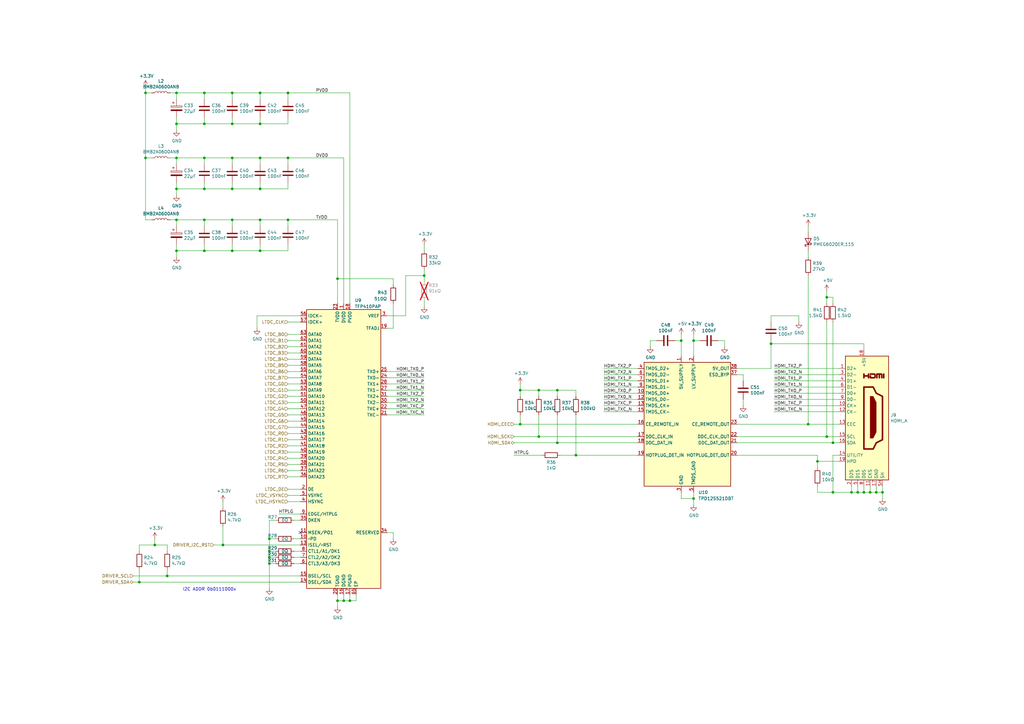
<source format=kicad_sch>
(kicad_sch (version 20230121) (generator eeschema)
  (paper "A3")
  (title_block (title "ECB Video Card") (rev "1.0") (company "Nathan Dumont"))
  (lib_symbols
    (symbol "Connector:HDMI_A"
      (property "Reference" "J" (at -6.35 26.67 0))
      (property "Value" "HDMI_A" (at 10.16 26.67 0))
      (symbol "HDMI_A_1_1"
        (pin passive line (at -10.16 20.32 0) (length 2.54) (name "D2+") (number "1"))
        (pin passive line (at -10.16 5.08 0) (length 2.54) (name "CK+") (number "10"))
        (pin power_in line (at 2.54 -27.94 90) (length 2.54) (name "CKS") (number "11"))
        (pin passive line (at -10.16 2.54 0) (length 2.54) (name "CK-") (number "12"))
        (pin bidirectional line (at -10.16 -2.54 0) (length 2.54) (name "CEC") (number "13"))
        (pin passive line (at -10.16 -15.24 0) (length 2.54) (name "UTILITY") (number "14"))
        (pin passive line (at -10.16 -7.62 0) (length 2.54) (name "SCL") (number "15"))
        (pin bidirectional line (at -10.16 -10.16 0) (length 2.54) (name "SDA") (number "16"))
        (pin power_in line (at 5.08 -27.94 90) (length 2.54) (name "GND") (number "17"))
        (pin power_in line (at 0 27.94 270) (length 2.54) (name "+5V") (number "18"))
        (pin passive line (at -10.16 -17.78 0) (length 2.54) (name "HPD") (number "19"))
        (pin power_in line (at -5.08 -27.94 90) (length 2.54) (name "D2S") (number "2"))
        (pin passive line (at -10.16 17.78 0) (length 2.54) (name "D2-") (number "3"))
        (pin passive line (at -10.16 15.24 0) (length 2.54) (name "D1+") (number "4"))
        (pin power_in line (at -2.54 -27.94 90) (length 2.54) (name "D1S") (number "5"))
        (pin passive line (at -10.16 12.7 0) (length 2.54) (name "D1-") (number "6"))
        (pin passive line (at -10.16 10.16 0) (length 2.54) (name "D0+") (number "7"))
        (pin power_in line (at 0 -27.94 90) (length 2.54) (name "D0S") (number "8"))
        (pin passive line (at -10.16 7.62 0) (length 2.54) (name "D0-") (number "9"))
        (pin passive line (at 7.62 -27.94 90) (length 2.54) (name "SH") (number "SH"))
      )
    )
    (symbol "Device:C" (pin_numbers hide) (pin_names (offset 0.254))
      (property "Reference" "C" (at 0.635 2.54 0))
      (property "Value" "C" (at 0.635 -2.54 0))
      (symbol "C_1_1"
        (pin passive line (at 0 3.81 270) (length 2.794) (name "~") (number "1"))
        (pin passive line (at 0 -3.81 90) (length 2.794) (name "~") (number "2"))
      )
    )
    (symbol "Device:C_Polarized" (pin_numbers hide) (pin_names (offset 0.254))
      (property "Reference" "C" (at 0.635 2.54 0))
      (property "Value" "C_Polarized" (at 0.635 -2.54 0))
      (symbol "C_Polarized_1_1"
        (pin passive line (at 0 3.81 270) (length 2.794) (name "~") (number "1"))
        (pin passive line (at 0 -3.81 90) (length 2.794) (name "~") (number "2"))
      )
    )
    (symbol "Device:D_Schottky" (pin_numbers hide) (pin_names (offset 1.016) hide)
      (property "Reference" "D" (at 0 2.54 0))
      (property "Value" "D_Schottky" (at 0 -2.54 0))
      (symbol "D_Schottky_1_1"
        (pin passive line (at -3.81 0 0) (length 2.54) (name "K") (number "1"))
        (pin passive line (at 3.81 0 180) (length 2.54) (name "A") (number "2"))
      )
    )
    (symbol "Device:L" (pin_numbers hide) (pin_names (offset 1.016) hide)
      (property "Reference" "L" (at -1.27 0 90))
      (property "Value" "L" (at 1.905 0 90))
      (symbol "L_1_1"
        (pin passive line (at 0 3.81 270) (length 1.27) (name "1") (number "1"))
        (pin passive line (at 0 -3.81 90) (length 1.27) (name "2") (number "2"))
      )
    )
    (symbol "Device:R" (pin_numbers hide) (pin_names (offset 0))
      (property "Reference" "R" (at 2.032 0 90))
      (property "Value" "R" (at 0 0 90))
      (symbol "R_1_1"
        (pin passive line (at 0 3.81 270) (length 1.27) (name "~") (number "1"))
        (pin passive line (at 0 -3.81 90) (length 1.27) (name "~") (number "2"))
      )
    )
    (symbol "Video:TFP410PAP"
      (property "Reference" "U" (at -13.97 57.15 0))
      (property "Value" "TFP410PAP" (at 11.43 57.15 0))
      (symbol "TFP410PAP_1_1"
        (pin power_in line (at 0 58.42 270) (length 2.54) (name "DVDD") (number "1"))
        (pin input line (at -17.78 -38.1 0) (length 2.54) (name "~PD") (number "10"))
        (pin output line (at -17.78 -35.56 0) (length 2.54) (name "MSEN/PO1") (number "11"))
        (pin passive line (at 0 58.42 270) (length 2.54) hide (name "DVDD") (number "12"))
        (pin input line (at -17.78 -40.64 0) (length 2.54) (name "ISEL/~RST") (number "13"))
        (pin bidirectional line (at -17.78 -55.88 0) (length 2.54) (name "DSEL/SDA") (number "14"))
        (pin input line (at -17.78 -53.34 0) (length 2.54) (name "BSEL/SCL") (number "15"))
        (pin power_in line (at 0 -60.96 90) (length 2.54) (name "DGND") (number "16"))
        (pin power_in line (at 2.54 -60.96 90) (length 2.54) (name "PGND") (number "17"))
        (pin power_in line (at 2.54 58.42 270) (length 2.54) (name "PVDD") (number "18"))
        (pin input line (at 17.78 48.26 180) (length 2.54) (name "TFADJ") (number "19"))
        (pin input line (at -17.78 -17.78 0) (length 2.54) (name "DE") (number "2"))
        (pin power_in line (at -2.54 -60.96 90) (length 2.54) (name "TGND") (number "20"))
        (pin output line (at 17.78 12.7 180) (length 2.54) (name "TXC-") (number "21"))
        (pin output line (at 17.78 15.24 180) (length 2.54) (name "TXC+") (number "22"))
        (pin power_in line (at -2.54 58.42 270) (length 2.54) (name "TVDD") (number "23"))
        (pin output line (at 17.78 27.94 180) (length 2.54) (name "TX0-") (number "24"))
        (pin output line (at 17.78 30.48 180) (length 2.54) (name "TX0+") (number "25"))
        (pin passive line (at -2.54 -60.96 90) (length 2.54) hide (name "TGND") (number "26"))
        (pin output line (at 17.78 22.86 180) (length 2.54) (name "TX1-") (number "27"))
        (pin output line (at 17.78 25.4 180) (length 2.54) (name "TX1+") (number "28"))
        (pin passive line (at -2.54 58.42 270) (length 2.54) hide (name "TVDD") (number "29"))
        (pin input line (at 17.78 53.34 180) (length 2.54) (name "VREF") (number "3"))
        (pin output line (at 17.78 17.78 180) (length 2.54) (name "TX2-") (number "30"))
        (pin output line (at 17.78 20.32 180) (length 2.54) (name "TX2+") (number "31"))
        (pin passive line (at -2.54 -60.96 90) (length 2.54) hide (name "TGND") (number "32"))
        (pin passive line (at 0 58.42 270) (length 2.54) hide (name "DVDD") (number "33"))
        (pin input line (at 17.78 -35.56 180) (length 2.54) (name "RESERVED") (number "34"))
        (pin input line (at -17.78 -30.48 0) (length 2.54) (name "DKEN") (number "35"))
        (pin input line (at -17.78 -12.7 0) (length 2.54) (name "DATA23") (number "36"))
        (pin input line (at -17.78 -10.16 0) (length 2.54) (name "DATA22") (number "37"))
        (pin input line (at -17.78 -7.62 0) (length 2.54) (name "DATA21") (number "38"))
        (pin input line (at -17.78 -5.08 0) (length 2.54) (name "DATA20") (number "39"))
        (pin input line (at -17.78 -22.86 0) (length 2.54) (name "HSYNC") (number "4"))
        (pin input line (at -17.78 -2.54 0) (length 2.54) (name "DATA19") (number "40"))
        (pin input line (at -17.78 0 0) (length 2.54) (name "DATA18") (number "41"))
        (pin input line (at -17.78 2.54 0) (length 2.54) (name "DATA17") (number "42"))
        (pin input line (at -17.78 5.08 0) (length 2.54) (name "DATA16") (number "43"))
        (pin input line (at -17.78 7.62 0) (length 2.54) (name "DATA15") (number "44"))
        (pin input line (at -17.78 10.16 0) (length 2.54) (name "DATA14") (number "45"))
        (pin input line (at -17.78 12.7 0) (length 2.54) (name "DATA13") (number "46"))
        (pin input line (at -17.78 15.24 0) (length 2.54) (name "DATA12") (number "47"))
        (pin passive line (at 0 -60.96 90) (length 2.54) hide (name "DGND") (number "48"))
        (pin no_connect line (at 15.24 -33.02 180) (length 2.54) hide (name "NC") (number "49"))
        (pin input line (at -17.78 -20.32 0) (length 2.54) (name "VSYNC") (number "5"))
        (pin input line (at -17.78 17.78 0) (length 2.54) (name "DATA11") (number "50"))
        (pin input line (at -17.78 20.32 0) (length 2.54) (name "DATA10") (number "51"))
        (pin input line (at -17.78 22.86 0) (length 2.54) (name "DATA9") (number "52"))
        (pin input line (at -17.78 25.4 0) (length 2.54) (name "DATA8") (number "53"))
        (pin input line (at -17.78 27.94 0) (length 2.54) (name "DATA7") (number "54"))
        (pin input line (at -17.78 30.48 0) (length 2.54) (name "DATA6") (number "55"))
        (pin input line (at -17.78 53.34 0) (length 2.54) (name "IDCK-") (number "56"))
        (pin input line (at -17.78 50.8 0) (length 2.54) (name "IDCK+") (number "57"))
        (pin input line (at -17.78 33.02 0) (length 2.54) (name "DATA5") (number "58"))
        (pin input line (at -17.78 35.56 0) (length 2.54) (name "DATA4") (number "59"))
        (pin input line (at -17.78 -48.26 0) (length 2.54) (name "CTL3/A3/DK3") (number "6"))
        (pin input line (at -17.78 38.1 0) (length 2.54) (name "DATA3") (number "60"))
        (pin input line (at -17.78 40.64 0) (length 2.54) (name "DATA2") (number "61"))
        (pin input line (at -17.78 43.18 0) (length 2.54) (name "DATA1") (number "62"))
        (pin input line (at -17.78 45.72 0) (length 2.54) (name "DATA0") (number "63"))
        (pin passive line (at 0 -60.96 90) (length 2.54) hide (name "DGND") (number "64"))
        (pin power_in line (at 5.08 -60.96 90) (length 2.54) (name "EP") (number "65"))
        (pin input line (at -17.78 -45.72 0) (length 2.54) (name "CTL2/A2/DK2") (number "7"))
        (pin input line (at -17.78 -43.18 0) (length 2.54) (name "CTL1/A1/DK1") (number "8"))
        (pin input line (at -17.78 -27.94 0) (length 2.54) (name "EDGE/HTPLG") (number "9"))
      )
    )
    (symbol "extras:TPD12S521DBT"
      (property "Reference" "U" (at -17.78 26.67 0))
      (property "Value" "TPD12S520DBT" (at 17.78 26.67 0))
      (symbol "TPD12S521DBT_1_1"
        (pin power_in line (at -2.54 27.94 270) (length 2.54) (name "5V_SUPPLY") (number "1"))
        (pin passive line (at -20.32 12.7 0) (length 2.54) (name "TMDS_D0+") (number "10"))
        (pin passive line (at 2.54 -27.94 90) (length 2.54) hide (name "TMDS_GND") (number "11"))
        (pin passive line (at -20.32 10.16 0) (length 2.54) (name "TMDS_D0-") (number "12"))
        (pin passive line (at -20.32 7.62 0) (length 2.54) (name "TMDS_CK+") (number "13"))
        (pin passive line (at 2.54 -27.94 90) (length 2.54) hide (name "TMDS_GND") (number "14"))
        (pin passive line (at -20.32 5.08 0) (length 2.54) (name "TMDS_CK-") (number "15"))
        (pin bidirectional line (at -20.32 0 0) (length 2.54) (name "CE_REMOTE_IN") (number "16"))
        (pin bidirectional line (at -20.32 -5.08 0) (length 2.54) (name "DDC_CLK_IN") (number "17"))
        (pin bidirectional line (at -20.32 -7.62 0) (length 2.54) (name "DDC_DAT_IN") (number "18"))
        (pin bidirectional line (at -20.32 -12.7 0) (length 2.54) (name "HOTPLUG_DET_IN") (number "19"))
        (pin power_in line (at 2.54 27.94 270) (length 2.54) (name "LV_SUPPLY") (number "2"))
        (pin bidirectional line (at 20.32 -12.7 180) (length 2.54) (name "HOTPLUG_DET_OUT") (number "20"))
        (pin bidirectional line (at 20.32 -7.62 180) (length 2.54) (name "DDC_DAT_OUT") (number "21"))
        (pin bidirectional line (at 20.32 -5.08 180) (length 2.54) (name "DDC_CLK_OUT") (number "22"))
        (pin bidirectional line (at 20.32 0 180) (length 2.54) (name "CE_REMOTE_OUT") (number "23"))
        (pin passive line (at -20.32 5.08 0) (length 2.54) hide (name "TMDS_CK-") (number "24"))
        (pin passive line (at 2.54 -27.94 90) (length 2.54) hide (name "TMDS_GND") (number "25"))
        (pin passive line (at -20.32 7.62 0) (length 2.54) hide (name "TMDS_CK+") (number "26"))
        (pin passive line (at -20.32 10.16 0) (length 2.54) hide (name "TMDS_D0-") (number "27"))
        (pin passive line (at 2.54 -27.94 90) (length 2.54) hide (name "TMDS_GND") (number "28"))
        (pin passive line (at -20.32 12.7 0) (length 2.54) hide (name "TMDS_D0+") (number "29"))
        (pin power_in line (at -2.54 -27.94 90) (length 2.54) (name "GND") (number "3"))
        (pin passive line (at -20.32 15.24 0) (length 2.54) hide (name "TMDS_D1-") (number "30"))
        (pin passive line (at 2.54 -27.94 90) (length 2.54) hide (name "TMDS_GND") (number "31"))
        (pin passive line (at -20.32 17.78 0) (length 2.54) hide (name "TMDS_D1+") (number "32"))
        (pin passive line (at -20.32 20.32 0) (length 2.54) hide (name "TMDS_D2-") (number "33"))
        (pin passive line (at 2.54 -27.94 90) (length 2.54) hide (name "TMDS_GND") (number "34"))
        (pin passive line (at -20.32 22.86 0) (length 2.54) hide (name "TMDS_D2+") (number "35"))
        (pin passive line (at -2.54 -27.94 90) (length 2.54) hide (name "GND") (number "36"))
        (pin passive line (at 20.32 20.32 180) (length 2.54) (name "ESD_BYP") (number "37"))
        (pin power_out line (at 20.32 22.86 180) (length 2.54) (name "5V_OUT") (number "38"))
        (pin passive line (at -20.32 22.86 0) (length 2.54) (name "TMDS_D2+") (number "4"))
        (pin passive line (at 2.54 -27.94 90) (length 2.54) (name "TMDS_GND") (number "5"))
        (pin passive line (at -20.32 20.32 0) (length 2.54) (name "TMDS_D2-") (number "6"))
        (pin passive line (at -20.32 17.78 0) (length 2.54) (name "TMDS_D1+") (number "7"))
        (pin passive line (at 2.54 -27.94 90) (length 2.54) hide (name "TMDS_GND") (number "8"))
        (pin passive line (at -20.32 15.24 0) (length 2.54) (name "TMDS_D1-") (number "9"))
      )
    )
    (symbol "power:+3.3V" (power) (pin_names (offset 0))
      (property "Value" "+3.3V" (at 0 3.556 0))
      (symbol "+3.3V_1_1"
        (pin power_in line (at 0 0 90) (length 0) hide (name "+3.3V") (number "1"))
      )
    )
    (symbol "power:+5V" (power) (pin_names (offset 0))
      (property "Value" "+5V" (at 0 3.556 0))
      (symbol "+5V_1_1"
        (pin power_in line (at 0 0 90) (length 0) hide (name "+5V") (number "1"))
      )
    )
    (symbol "power:GND" (power) (pin_names (offset 0))
      (property "Value" "GND" (at 0 -3.81 0))
      (symbol "GND_1_1"
        (pin power_in line (at 0 0 270) (length 0) hide (name "GND") (number "1"))
      )
    )
    (symbol "power:PWR_FLAG" (power) (pin_numbers hide) (pin_names (offset 0) hide)
      (property "Value" "PWR_FLAG" (at 0 3.81 0))
      (symbol "PWR_FLAG_0_0"
        (pin power_out line (at 0 0 90) (length 0) (name "pwr") (number "1"))
      )
    )
  )
  (junction (at 110.49 231.14))
  (junction (at 279.4 139.7))
  (junction (at 213.36 160.02))
  (junction (at 59.69 64.77))
  (junction (at 331.47 173.99))
  (junction (at 59.69 38.1))
  (junction (at 339.09 121.92))
  (junction (at 106.68 77.47))
  (junction (at 95.25 64.77))
  (junction (at 72.39 102.87))
  (junction (at 106.68 64.77))
  (junction (at 316.23 140.97))
  (junction (at 83.82 90.17))
  (junction (at 349.25 201.93))
  (junction (at 83.82 50.8))
  (junction (at 173.99 113.03))
  (junction (at 72.39 38.1))
  (junction (at 83.82 77.47))
  (junction (at 118.11 64.77))
  (junction (at 95.25 50.8))
  (junction (at 106.68 50.8))
  (junction (at 91.44 223.52))
  (junction (at 228.6 181.61))
  (junction (at 143.51 246.38))
  (junction (at 110.49 220.98))
  (junction (at 138.43 246.38))
  (junction (at 83.82 38.1))
  (junction (at 83.82 102.87))
  (junction (at 118.11 38.1))
  (junction (at 95.25 90.17))
  (junction (at 72.39 77.47))
  (junction (at 72.39 50.8))
  (junction (at 213.36 173.99))
  (junction (at 341.63 181.61))
  (junction (at 83.82 64.77))
  (junction (at 220.98 160.02))
  (junction (at 95.25 102.87))
  (junction (at 228.6 160.02))
  (junction (at 110.49 228.6))
  (junction (at 110.49 226.06))
  (junction (at 339.09 179.07))
  (junction (at 335.28 189.23))
  (junction (at 106.68 102.87))
  (junction (at 106.68 38.1))
  (junction (at 284.48 139.7))
  (junction (at 341.63 201.93))
  (junction (at 359.41 201.93))
  (junction (at 72.39 90.17))
  (junction (at 95.25 38.1))
  (junction (at 72.39 64.77))
  (junction (at 351.79 201.93))
  (junction (at 361.95 201.93))
  (junction (at 140.97 246.38))
  (junction (at 354.33 201.93))
  (junction (at 63.5 223.52))
  (junction (at 356.87 201.93))
  (junction (at 118.11 90.17))
  (junction (at 236.22 186.69))
  (junction (at 138.43 114.3))
  (junction (at 68.58 236.22))
  (junction (at 57.15 238.76))
  (junction (at 284.48 204.47))
  (junction (at 106.68 90.17))
  (junction (at 220.98 179.07))
  (junction (at 95.25 77.47))
  (no_connect (at 123.19 218.44))
  (wire (pts (xy 118.11 154.94) (xy 123.19 154.94)))
  (wire (pts (xy 113.03 228.6) (xy 110.49 228.6)))
  (wire (pts (xy 68.58 236.22) (xy 68.58 233.68)))
  (wire (pts (xy 118.11 139.7) (xy 123.19 139.7)))
  (wire (pts (xy 331.47 105.41) (xy 331.47 102.87)))
  (wire (pts (xy 158.75 162.56) (xy 173.99 162.56)))
  (wire (pts (xy 118.11 157.48) (xy 123.19 157.48)))
  (wire (pts (xy 351.79 201.93) (xy 354.33 201.93)))
  (wire (pts (xy 247.65 153.67) (xy 261.62 153.67)))
  (wire (pts (xy 95.25 77.47) (xy 106.68 77.47)))
  (wire (pts (xy 361.95 201.93) (xy 361.95 204.47)))
  (wire (pts (xy 331.47 95.25) (xy 331.47 92.71)))
  (wire (pts (xy 83.82 102.87) (xy 95.25 102.87)))
  (wire (pts (xy 247.65 163.83) (xy 261.62 163.83)))
  (wire (pts (xy 63.5 223.52) (xy 57.15 223.52)))
  (wire (pts (xy 72.39 77.47) (xy 83.82 77.47)))
  (wire (pts (xy 344.17 186.69) (xy 341.63 186.69)))
  (wire (pts (xy 158.75 218.44) (xy 161.29 218.44)))
  (wire (pts (xy 236.22 160.02) (xy 228.6 160.02)))
  (wire (pts (xy 72.39 74.93) (xy 72.39 77.47)))
  (wire (pts (xy 95.25 40.64) (xy 95.25 38.1)))
  (wire (pts (xy 304.8 153.67) (xy 304.8 156.21)))
  (wire (pts (xy 110.49 226.06) (xy 110.49 220.98)))
  (wire (pts (xy 140.97 246.38) (xy 143.51 246.38)))
  (wire (pts (xy 341.63 186.69) (xy 341.63 201.93)))
  (wire (pts (xy 173.99 102.87) (xy 173.99 100.33)))
  (wire (pts (xy 63.5 223.52) (xy 63.5 220.98)))
  (wire (pts (xy 95.25 102.87) (xy 95.25 100.33)))
  (wire (pts (xy 302.26 181.61) (xy 341.63 181.61)))
  (wire (pts (xy 220.98 160.02) (xy 213.36 160.02)))
  (wire (pts (xy 69.85 64.77) (xy 72.39 64.77)))
  (wire (pts (xy 91.44 215.9) (xy 91.44 223.52)))
  (wire (pts (xy 173.99 113.03) (xy 173.99 110.49)))
  (wire (pts (xy 59.69 64.77) (xy 62.23 64.77)))
  (wire (pts (xy 83.82 90.17) (xy 95.25 90.17)))
  (wire (pts (xy 59.69 38.1) (xy 62.23 38.1)))
  (wire (pts (xy 359.41 199.39) (xy 359.41 201.93)))
  (wire (pts (xy 247.65 168.91) (xy 261.62 168.91)))
  (wire (pts (xy 339.09 121.92) (xy 339.09 119.38)))
  (wire (pts (xy 72.39 50.8) (xy 72.39 53.34)))
  (wire (pts (xy 118.11 160.02) (xy 123.19 160.02)))
  (wire (pts (xy 123.19 132.08) (xy 118.11 132.08)))
  (wire (pts (xy 95.25 90.17) (xy 106.68 90.17)))
  (wire (pts (xy 118.11 64.77) (xy 118.11 67.31)))
  (wire (pts (xy 316.23 132.08) (xy 316.23 129.54)))
  (wire (pts (xy 57.15 238.76) (xy 57.15 233.68)))
  (wire (pts (xy 106.68 90.17) (xy 118.11 90.17)))
  (wire (pts (xy 154.94 -26.67) (xy 161.29 -26.67)))
  (wire (pts (xy 106.68 77.47) (xy 106.68 74.93)))
  (wire (pts (xy 118.11 167.64) (xy 123.19 167.64)))
  (wire (pts (xy 349.25 199.39) (xy 349.25 201.93)))
  (wire (pts (xy 106.68 38.1) (xy 118.11 38.1)))
  (wire (pts (xy 118.11 149.86) (xy 123.19 149.86)))
  (wire (pts (xy 161.29 116.84) (xy 161.29 114.3)))
  (wire (pts (xy 173.99 123.19) (xy 173.99 125.73)))
  (wire (pts (xy 173.99 115.57) (xy 173.99 113.03)))
  (wire (pts (xy 335.28 199.39) (xy 335.28 201.93)))
  (wire (pts (xy 118.11 144.78) (xy 123.19 144.78)))
  (wire (pts (xy 68.58 223.52) (xy 63.5 223.52)))
  (wire (pts (xy 247.65 156.21) (xy 261.62 156.21)))
  (wire (pts (xy 331.47 173.99) (xy 344.17 173.99)))
  (wire (pts (xy 69.85 90.17) (xy 72.39 90.17)))
  (wire (pts (xy 161.29 114.3) (xy 138.43 114.3)))
  (wire (pts (xy 123.19 236.22) (xy 68.58 236.22)))
  (wire (pts (xy 146.05 246.38) (xy 146.05 243.84)))
  (wire (pts (xy 105.41 129.54) (xy 123.19 129.54)))
  (wire (pts (xy 118.11 147.32) (xy 123.19 147.32)))
  (wire (pts (xy 138.43 243.84) (xy 138.43 246.38)))
  (wire (pts (xy 284.48 204.47) (xy 284.48 201.93)))
  (wire (pts (xy 57.15 238.76) (xy 54.61 238.76)))
  (wire (pts (xy 143.51 124.46) (xy 143.51 38.1)))
  (wire (pts (xy 344.17 179.07) (xy 339.09 179.07)))
  (wire (pts (xy 83.82 38.1) (xy 95.25 38.1)))
  (wire (pts (xy 120.65 228.6) (xy 123.19 228.6)))
  (wire (pts (xy 72.39 77.47) (xy 72.39 80.01)))
  (wire (pts (xy 106.68 102.87) (xy 118.11 102.87)))
  (wire (pts (xy 72.39 92.71) (xy 72.39 90.17)))
  (wire (pts (xy 106.68 50.8) (xy 106.68 48.26)))
  (wire (pts (xy 158.75 167.64) (xy 173.99 167.64)))
  (wire (pts (xy 62.23 90.17) (xy 59.69 90.17)))
  (wire (pts (xy 95.25 50.8) (xy 95.25 48.26)))
  (wire (pts (xy 339.09 132.08) (xy 339.09 179.07)))
  (wire (pts (xy 228.6 160.02) (xy 220.98 160.02)))
  (wire (pts (xy 187.96 -34.29) (xy 187.96 -29.21)))
  (wire (pts (xy 106.68 77.47) (xy 118.11 77.47)))
  (wire (pts (xy 72.39 90.17) (xy 83.82 90.17)))
  (wire (pts (xy 158.75 154.94) (xy 173.99 154.94)))
  (wire (pts (xy 261.62 179.07) (xy 220.98 179.07)))
  (wire (pts (xy 279.4 201.93) (xy 279.4 204.47)))
  (wire (pts (xy 354.33 201.93) (xy 356.87 201.93)))
  (wire (pts (xy 83.82 50.8) (xy 95.25 50.8)))
  (wire (pts (xy 266.7 139.7) (xy 266.7 142.24)))
  (wire (pts (xy 72.39 102.87) (xy 83.82 102.87)))
  (wire (pts (xy 118.11 152.4) (xy 123.19 152.4)))
  (wire (pts (xy 72.39 67.31) (xy 72.39 64.77)))
  (wire (pts (xy 341.63 181.61) (xy 344.17 181.61)))
  (wire (pts (xy 220.98 179.07) (xy 220.98 170.18)))
  (wire (pts (xy 118.11 137.16) (xy 123.19 137.16)))
  (wire (pts (xy 118.11 187.96) (xy 123.19 187.96)))
  (wire (pts (xy 91.44 208.28) (xy 91.44 205.74)))
  (wire (pts (xy 59.69 64.77) (xy 59.69 38.1)))
  (wire (pts (xy 269.24 139.7) (xy 266.7 139.7)))
  (wire (pts (xy 106.68 102.87) (xy 106.68 100.33)))
  (wire (pts (xy 95.25 92.71) (xy 95.25 90.17)))
  (wire (pts (xy 123.19 231.14) (xy 120.65 231.14)))
  (wire (pts (xy 166.37 129.54) (xy 158.75 129.54)))
  (wire (pts (xy 118.11 -25.4) (xy 124.46 -25.4)))
  (wire (pts (xy 317.5 156.21) (xy 344.17 156.21)))
  (wire (pts (xy 118.11 165.1) (xy 123.19 165.1)))
  (wire (pts (xy 173.99 113.03) (xy 166.37 113.03)))
  (wire (pts (xy 317.5 153.67) (xy 344.17 153.67)))
  (wire (pts (xy 341.63 201.93) (xy 349.25 201.93)))
  (wire (pts (xy 106.68 64.77) (xy 118.11 64.77)))
  (wire (pts (xy 118.11 38.1) (xy 118.11 40.64)))
  (wire (pts (xy 143.51 38.1) (xy 118.11 38.1)))
  (wire (pts (xy 228.6 162.56) (xy 228.6 160.02)))
  (wire (pts (xy 95.25 38.1) (xy 106.68 38.1)))
  (wire (pts (xy 91.44 223.52) (xy 123.19 223.52)))
  (wire (pts (xy 316.23 139.7) (xy 316.23 140.97)))
  (wire (pts (xy 284.48 139.7) (xy 284.48 137.16)))
  (wire (pts (xy 138.43 90.17) (xy 118.11 90.17)))
  (wire (pts (xy 140.97 64.77) (xy 140.97 124.46)))
  (wire (pts (xy 341.63 121.92) (xy 341.63 124.46)))
  (wire (pts (xy 349.25 201.93) (xy 351.79 201.93)))
  (wire (pts (xy 339.09 124.46) (xy 339.09 121.92)))
  (wire (pts (xy 95.25 64.77) (xy 106.68 64.77)))
  (wire (pts (xy 143.51 243.84) (xy 143.51 246.38)))
  (wire (pts (xy 287.02 139.7) (xy 284.48 139.7)))
  (wire (pts (xy 118.11 177.8) (xy 123.19 177.8)))
  (wire (pts (xy 118.11 203.2) (xy 123.19 203.2)))
  (wire (pts (xy 229.87 186.69) (xy 236.22 186.69)))
  (wire (pts (xy 110.49 220.98) (xy 110.49 213.36)))
  (wire (pts (xy 118.11 200.66) (xy 123.19 200.66)))
  (wire (pts (xy 304.8 163.83) (xy 304.8 166.37)))
  (wire (pts (xy 166.37 113.03) (xy 166.37 129.54)))
  (wire (pts (xy 138.43 114.3) (xy 138.43 90.17)))
  (wire (pts (xy 356.87 201.93) (xy 356.87 199.39)))
  (wire (pts (xy 72.39 102.87) (xy 72.39 105.41)))
  (wire (pts (xy 83.82 90.17) (xy 83.82 92.71)))
  (wire (pts (xy 210.82 179.07) (xy 220.98 179.07)))
  (wire (pts (xy 161.29 218.44) (xy 161.29 220.98)))
  (wire (pts (xy 106.68 67.31) (xy 106.68 64.77)))
  (wire (pts (xy 354.33 140.97) (xy 354.33 143.51)))
  (wire (pts (xy 138.43 124.46) (xy 138.43 114.3)))
  (wire (pts (xy 339.09 121.92) (xy 341.63 121.92)))
  (wire (pts (xy 118.11 162.56) (xy 123.19 162.56)))
  (wire (pts (xy 123.19 226.06) (xy 120.65 226.06)))
  (wire (pts (xy 158.75 157.48) (xy 173.99 157.48)))
  (wire (pts (xy 302.26 153.67) (xy 304.8 153.67)))
  (wire (pts (xy 344.17 189.23) (xy 335.28 189.23)))
  (wire (pts (xy 279.4 137.16) (xy 279.4 139.7)))
  (wire (pts (xy 110.49 213.36) (xy 113.03 213.36)))
  (wire (pts (xy 161.29 -26.67) (xy 161.29 -31.75)))
  (wire (pts (xy 213.36 170.18) (xy 213.36 173.99)))
  (wire (pts (xy 68.58 236.22) (xy 54.61 236.22)))
  (wire (pts (xy 359.41 201.93) (xy 361.95 201.93)))
  (wire (pts (xy 118.11 185.42) (xy 123.19 185.42)))
  (wire (pts (xy 316.23 140.97) (xy 316.23 151.13)))
  (wire (pts (xy 284.48 139.7) (xy 284.48 146.05)))
  (wire (pts (xy 83.82 74.93) (xy 83.82 77.47)))
  (wire (pts (xy 106.68 40.64) (xy 106.68 38.1)))
  (wire (pts (xy 228.6 181.61) (xy 210.82 181.61)))
  (wire (pts (xy 341.63 181.61) (xy 341.63 132.08)))
  (wire (pts (xy 83.82 64.77) (xy 83.82 67.31)))
  (wire (pts (xy 247.65 161.29) (xy 261.62 161.29)))
  (wire (pts (xy 72.39 100.33) (xy 72.39 102.87)))
  (wire (pts (xy 222.25 186.69) (xy 210.82 186.69)))
  (wire (pts (xy 158.75 134.62) (xy 161.29 134.62)))
  (wire (pts (xy 124.46 -30.48) (xy 124.46 -25.4)))
  (wire (pts (xy 335.28 201.93) (xy 341.63 201.93)))
  (wire (pts (xy 118.11 90.17) (xy 118.11 92.71)))
  (wire (pts (xy 83.82 38.1) (xy 83.82 40.64)))
  (wire (pts (xy 83.82 100.33) (xy 83.82 102.87)))
  (wire (pts (xy 110.49 228.6) (xy 110.49 226.06)))
  (wire (pts (xy 158.75 170.18) (xy 173.99 170.18)))
  (wire (pts (xy 261.62 186.69) (xy 236.22 186.69)))
  (wire (pts (xy 106.68 50.8) (xy 118.11 50.8)))
  (wire (pts (xy 279.4 139.7) (xy 279.4 146.05)))
  (wire (pts (xy 317.5 151.13) (xy 344.17 151.13)))
  (wire (pts (xy 114.3 210.82) (xy 123.19 210.82)))
  (wire (pts (xy 118.11 180.34) (xy 123.19 180.34)))
  (wire (pts (xy 161.29 134.62) (xy 161.29 124.46)))
  (wire (pts (xy 354.33 199.39) (xy 354.33 201.93)))
  (wire (pts (xy 213.36 173.99) (xy 210.82 173.99)))
  (wire (pts (xy 59.69 90.17) (xy 59.69 64.77)))
  (wire (pts (xy 59.69 38.1) (xy 59.69 35.56)))
  (wire (pts (xy 181.61 -29.21) (xy 187.96 -29.21)))
  (wire (pts (xy 236.22 162.56) (xy 236.22 160.02)))
  (wire (pts (xy 294.64 139.7) (xy 297.18 139.7)))
  (wire (pts (xy 213.36 160.02) (xy 213.36 162.56)))
  (wire (pts (xy 297.18 139.7) (xy 297.18 142.24)))
  (wire (pts (xy 317.5 166.37) (xy 344.17 166.37)))
  (wire (pts (xy 57.15 238.76) (xy 123.19 238.76)))
  (wire (pts (xy 284.48 204.47) (xy 284.48 207.01)))
  (wire (pts (xy 140.97 243.84) (xy 140.97 246.38)))
  (wire (pts (xy 339.09 179.07) (xy 302.26 179.07)))
  (wire (pts (xy 118.11 175.26) (xy 123.19 175.26)))
  (wire (pts (xy 120.65 213.36) (xy 123.19 213.36)))
  (wire (pts (xy 213.36 173.99) (xy 261.62 173.99)))
  (wire (pts (xy 118.11 102.87) (xy 118.11 100.33)))
  (wire (pts (xy 69.85 38.1) (xy 72.39 38.1)))
  (wire (pts (xy 110.49 241.3) (xy 110.49 231.14)))
  (wire (pts (xy 331.47 113.03) (xy 331.47 173.99)))
  (wire (pts (xy 317.5 168.91) (xy 344.17 168.91)))
  (wire (pts (xy 228.6 170.18) (xy 228.6 181.61)))
  (wire (pts (xy 91.44 223.52) (xy 87.63 223.52)))
  (wire (pts (xy 158.75 152.4) (xy 173.99 152.4)))
  (wire (pts (xy 123.19 205.74) (xy 118.11 205.74)))
  (wire (pts (xy 351.79 201.93) (xy 351.79 199.39)))
  (wire (pts (xy 335.28 186.69) (xy 335.28 189.23)))
  (wire (pts (xy 118.11 195.58) (xy 123.19 195.58)))
  (wire (pts (xy 72.39 40.64) (xy 72.39 38.1)))
  (wire (pts (xy 118.11 170.18) (xy 123.19 170.18)))
  (wire (pts (xy 143.51 246.38) (xy 146.05 246.38)))
  (wire (pts (xy 356.87 201.93) (xy 359.41 201.93)))
  (wire (pts (xy 113.03 226.06) (xy 110.49 226.06)))
  (wire (pts (xy 316.23 151.13) (xy 302.26 151.13)))
  (wire (pts (xy 113.03 231.14) (xy 110.49 231.14)))
  (wire (pts (xy 83.82 48.26) (xy 83.82 50.8)))
  (wire (pts (xy 220.98 162.56) (xy 220.98 160.02)))
  (wire (pts (xy 95.25 67.31) (xy 95.25 64.77)))
  (wire (pts (xy 316.23 129.54) (xy 327.66 129.54)))
  (wire (pts (xy 331.47 173.99) (xy 302.26 173.99)))
  (wire (pts (xy 105.41 134.62) (xy 105.41 129.54)))
  (wire (pts (xy 327.66 129.54) (xy 327.66 132.08)))
  (wire (pts (xy 95.25 77.47) (xy 95.25 74.93)))
  (wire (pts (xy 213.36 160.02) (xy 213.36 157.48)))
  (wire (pts (xy 247.65 151.13) (xy 261.62 151.13)))
  (wire (pts (xy 158.75 165.1) (xy 173.99 165.1)))
  (wire (pts (xy 158.75 160.02) (xy 173.99 160.02)))
  (wire (pts (xy 236.22 186.69) (xy 236.22 170.18)))
  (wire (pts (xy 113.03 220.98) (xy 110.49 220.98)))
  (wire (pts (xy 316.23 140.97) (xy 354.33 140.97)))
  (wire (pts (xy 279.4 204.47) (xy 284.48 204.47)))
  (wire (pts (xy 83.82 64.77) (xy 95.25 64.77)))
  (wire (pts (xy 118.11 182.88) (xy 123.19 182.88)))
  (wire (pts (xy 120.65 220.98) (xy 123.19 220.98)))
  (wire (pts (xy 118.11 64.77) (xy 140.97 64.77)))
  (wire (pts (xy 57.15 226.06) (xy 57.15 223.52)))
  (wire (pts (xy 118.11 190.5) (xy 123.19 190.5)))
  (wire (pts (xy 106.68 92.71) (xy 106.68 90.17)))
  (wire (pts (xy 68.58 226.06) (xy 68.58 223.52)))
  (wire (pts (xy 118.11 50.8) (xy 118.11 48.26)))
  (wire (pts (xy 138.43 246.38) (xy 138.43 248.92)))
  (wire (pts (xy 72.39 50.8) (xy 83.82 50.8)))
  (wire (pts (xy 95.25 102.87) (xy 106.68 102.87)))
  (wire (pts (xy 228.6 181.61) (xy 261.62 181.61)))
  (wire (pts (xy 247.65 158.75) (xy 261.62 158.75)))
  (wire (pts (xy 276.86 139.7) (xy 279.4 139.7)))
  (wire (pts (xy 317.5 161.29) (xy 344.17 161.29)))
  (wire (pts (xy 118.11 193.04) (xy 123.19 193.04)))
  (wire (pts (xy 317.5 158.75) (xy 344.17 158.75)))
  (wire (pts (xy 302.26 186.69) (xy 335.28 186.69)))
  (wire (pts (xy 118.11 172.72) (xy 123.19 172.72)))
  (wire (pts (xy 72.39 38.1) (xy 83.82 38.1)))
  (wire (pts (xy 83.82 77.47) (xy 95.25 77.47)))
  (wire (pts (xy 138.43 246.38) (xy 140.97 246.38)))
  (wire (pts (xy 247.65 166.37) (xy 261.62 166.37)))
  (wire (pts (xy 118.11 142.24) (xy 123.19 142.24)))
  (wire (pts (xy 72.39 64.77) (xy 83.82 64.77)))
  (wire (pts (xy 95.25 50.8) (xy 106.68 50.8)))
  (wire (pts (xy 72.39 48.26) (xy 72.39 50.8)))
  (wire (pts (xy 317.5 163.83) (xy 344.17 163.83)))
  (wire (pts (xy 110.49 231.14) (xy 110.49 228.6)))
  (wire (pts (xy 361.95 201.93) (xy 361.95 199.39)))
  (wire (pts (xy 118.11 77.47) (xy 118.11 74.93)))
  (wire (pts (xy 335.28 189.23) (xy 335.28 191.77)))
  (text "I2C ADDR 0b0111000x" (at 74.93 242.57 0) (effects (font (size 1.27 1.27)) (justify left bottom)))
  (label "HTPLG" (at 210.82 186.69 0))
  (label "HDMI_TX0_P" (at 317.5 161.29 0))
  (label "DVDD" (at 129.54 64.77 0))
  (label "HDMI_TX1_N" (at 173.99 160.02 180))
  (label "DVDD" (at 154.94 -26.67 0))
  (label "HDMI_TX0_N" (at 247.65 163.83 0))
  (label "HDMI_TXC_N" (at 317.5 168.91 0))
  (label "HDMI_TX0_P" (at 247.65 161.29 0))
  (label "HDMI_TXC_P" (at 173.99 167.64 180))
  (label "HDMI_TX1_P" (at 247.65 156.21 0))
  (label "HDMI_TXC_N" (at 247.65 168.91 0))
  (label "HDMI_TX1_N" (at 317.5 158.75 0))
  (label "HDMI_TX1_P" (at 173.99 157.48 180))
  (label "HDMI_TX1_N" (at 247.65 158.75 0))
  (label "HDMI_TX1_P" (at 317.5 156.21 0))
  (label "PVDD" (at 129.54 38.1 0))
  (label "HDMI_TXC_P" (at 247.65 166.37 0))
  (label "TVDD" (at 129.54 90.17 0))
  (label "HDMI_TX2_N" (at 173.99 165.1 180))
  (label "PVDD" (at 118.11 -25.4 0))
  (label "HDMI_TX2_P" (at 317.5 151.13 0))
  (label "HDMI_TX0_N" (at 317.5 163.83 0))
  (label "HDMI_TX2_N" (at 317.5 153.67 0))
  (label "HDMI_TX0_P" (at 173.99 152.4 180))
  (label "HDMI_TX0_N" (at 173.99 154.94 180))
  (label "HTPLG" (at 114.3 210.82 0))
  (label "HDMI_TXC_N" (at 173.99 170.18 180))
  (label "HDMI_TXC_P" (at 317.5 166.37 0))
  (label "HDMI_TX2_P" (at 247.65 151.13 0))
  (label "HDMI_TX2_P" (at 173.99 162.56 180))
  (label "HDMI_TX2_N" (at 247.65 153.67 0))
  (label "TVDD" (at 181.61 -29.21 0))
  (hierarchical_label "LTDC_G3" (shape input) (at 118.11 165.1 180))
  (hierarchical_label "LTDC_B1" (shape input) (at 118.11 139.7 180))
  (hierarchical_label "LTDC_B3" (shape input) (at 118.11 144.78 180))
  (hierarchical_label "LTDC_G5" (shape input) (at 118.11 170.18 180))
  (hierarchical_label "LTDC_B0" (shape input) (at 118.11 137.16 180))
  (hierarchical_label "LTDC_R6" (shape input) (at 118.11 193.04 180))
  (hierarchical_label "LTDC_DE" (shape input) (at 118.11 200.66 180))
  (hierarchical_label "LTDC_R4" (shape input) (at 118.11 187.96 180))
  (hierarchical_label "LTDC_CLK" (shape input) (at 118.11 132.08 180))
  (hierarchical_label "LTDC_G2" (shape input) (at 118.11 162.56 180))
  (hierarchical_label "LTDC_R1" (shape input) (at 118.11 180.34 180))
  (hierarchical_label "LTDC_VSYNC" (shape input) (at 118.11 203.2 180))
  (hierarchical_label "LTDC_B6" (shape input) (at 118.11 152.4 180))
  (hierarchical_label "LTDC_R3" (shape input) (at 118.11 185.42 180))
  (hierarchical_label "DRIVER_SCL" (shape input) (at 54.61 236.22 180))
  (hierarchical_label "LTDC_R2" (shape input) (at 118.11 182.88 180))
  (hierarchical_label "LTDC_G7" (shape input) (at 118.11 175.26 180))
  (hierarchical_label "LTDC_B7" (shape input) (at 118.11 154.94 180))
  (hierarchical_label "DRIVER_I2C_RST" (shape input) (at 87.63 223.52 180))
  (hierarchical_label "LTDC_G6" (shape input) (at 118.11 172.72 180))
  (hierarchical_label "LTDC_G0" (shape input) (at 118.11 157.48 180))
  (hierarchical_label "LTDC_HSYNC" (shape input) (at 118.11 205.74 180))
  (hierarchical_label "HDMI_SDA" (shape bidirectional) (at 210.82 181.61 180))
  (hierarchical_label "LTDC_B2" (shape input) (at 118.11 142.24 180))
  (hierarchical_label "LTDC_G1" (shape input) (at 118.11 160.02 180))
  (hierarchical_label "LTDC_B5" (shape input) (at 118.11 149.86 180))
  (hierarchical_label "LTDC_G4" (shape input) (at 118.11 167.64 180))
  (hierarchical_label "DRIVER_SDA" (shape bidirectional) (at 54.61 238.76 180))
  (hierarchical_label "LTDC_R5" (shape input) (at 118.11 190.5 180))
  (hierarchical_label "HDMI_SCK" (shape input) (at 210.82 179.07 180))
  (hierarchical_label "LTDC_B4" (shape input) (at 118.11 147.32 180))
  (hierarchical_label "LTDC_R0" (shape input) (at 118.11 177.8 180))
  (hierarchical_label "LTDC_R7" (shape input) (at 118.11 195.58 180))
  (hierarchical_label "HDMI_CEC" (shape input) (at 210.82 173.99 180))
  (symbol (lib_id "power:GND") (at 266.7 142.24 0) (unit 1)
    (property "Reference" "#PWR0129" (effects hide))
    (property "Value" "GND" (at 266.827 146.6342 0))
  )
  (symbol (lib_id "power:GND") (at 138.43 248.92 0) (unit 1)
    (property "Reference" "#PWR0135" (effects hide))
    (property "Value" "GND" (at 138.557 253.3142 0))
  )
  (symbol (lib_id "Device:C") (at 316.23 135.89 0) (unit 1)
    (property "Reference" "C50" (at 319.151 134.7216 0) (effects (justify left)))
    (property "Value" "100nF" (at 319.151 137.033 0) (effects (justify left)))
    (property "Footprint" "Capacitor_SMD:C_0603_1608Metric_Pad1.08x0.95mm_HandSolder" (effects hide))
    (property "Part number" "Generic 0603 X7R  50V 10%" (effects hide))
  )
  (symbol (lib_id "Device:C") (at 83.82 96.52 0) (unit 1)
    (property "Reference" "C38" (at 86.741 95.3516 0) (effects (justify left)))
    (property "Value" "100nF" (at 86.741 97.663 0) (effects (justify left)))
    (property "Footprint" "Capacitor_SMD:C_0603_1608Metric_Pad1.08x0.95mm_HandSolder" (effects hide))
    (property "Part number" "Generic 0603 X7R  50V 10%" (effects hide))
  )
  (symbol (lib_id "Device:R") (at 116.84 228.6 270) (unit 1)
    (property "Reference" "R30" (at 111.76 227.33 90))
    (property "Value" "0Ω" (at 116.84 228.6 90))
    (property "Footprint" "Resistor_SMD:R_0603_1608Metric_Pad0.98x0.95mm_HandSolder" (effects hide))
  )
  (symbol (lib_id "Device:R") (at 68.58 229.87 0) (unit 1)
    (property "Reference" "R25" (at 70.358 228.7016 0) (effects (justify left)))
    (property "Value" "4.7kΩ" (at 70.358 231.013 0) (effects (justify left)))
    (property "Footprint" "Resistor_SMD:R_0603_1608Metric_Pad0.98x0.95mm_HandSolder" (effects hide))
  )
  (symbol (lib_id "power:+5V") (at 339.09 119.38 0) (unit 1)
    (property "Reference" "#PWR0127" (effects hide))
    (property "Value" "+5V" (at 339.471 114.9858 0))
  )
  (symbol (lib_id "power:GND") (at 161.29 220.98 0) (unit 1)
    (property "Reference" "#PWR0134" (effects hide))
    (property "Value" "GND" (at 161.417 225.3742 0))
  )
  (symbol (lib_id "Device:C") (at 106.68 44.45 0) (unit 1)
    (property "Reference" "C42" (at 109.601 43.2816 0) (effects (justify left)))
    (property "Value" "100nF" (at 109.601 45.593 0) (effects (justify left)))
    (property "Footprint" "Capacitor_SMD:C_0603_1608Metric_Pad1.08x0.95mm_HandSolder" (effects hide))
    (property "Part number" "Generic 0603 X7R  50V 10%" (effects hide))
  )
  (symbol (lib_id "Connector:HDMI_A") (at 354.33 171.45 0) (unit 1)
    (property "Reference" "J9" (at 365.252 170.2816 0) (effects (justify left)))
    (property "Value" "HDMI_A" (at 365.252 172.593 0) (effects (justify left)))
    (property "Footprint" "Connector_HDMI:HDMI_A_Molex_208658-1001_Horizontal" (effects hide))
    (property "Datasheet" "https://en.wikipedia.org/wiki/HDMI" (effects hide))
  )
  (symbol (lib_id "Device:C") (at 118.11 96.52 0) (unit 1)
    (property "Reference" "C47" (at 121.031 95.3516 0) (effects (justify left)))
    (property "Value" "100nF" (at 121.031 97.663 0) (effects (justify left)))
    (property "Footprint" "Capacitor_SMD:C_0603_1608Metric_Pad1.08x0.95mm_HandSolder" (effects hide))
    (property "Part number" "Generic 0603 X7R  50V 10%" (effects hide))
  )
  (symbol (lib_id "Device:L") (at 66.04 64.77 90) (unit 1)
    (property "Reference" "L3" (at 66.04 59.944 90))
    (property "Value" "BMB2A0600AN8" (at 66.04 62.2554 90))
    (property "Footprint" "Inductor_SMD:L_0805_2012Metric_Pad1.05x1.20mm_HandSolder" (effects hide))
  )
  (symbol (lib_id "Device:C") (at 95.25 96.52 0) (unit 1)
    (property "Reference" "C41" (at 98.171 95.3516 0) (effects (justify left)))
    (property "Value" "100nF" (at 98.171 97.663 0) (effects (justify left)))
    (property "Footprint" "Capacitor_SMD:C_0603_1608Metric_Pad1.08x0.95mm_HandSolder" (effects hide))
    (property "Part number" "Generic 0603 X7R  50V 10%" (effects hide))
  )
  (symbol (lib_id "Device:C") (at 304.8 160.02 0) (unit 1)
    (property "Reference" "C51" (at 307.721 158.8516 0) (effects (justify left)))
    (property "Value" "100nF" (at 307.721 161.163 0) (effects (justify left)))
    (property "Footprint" "Capacitor_SMD:C_0603_1608Metric_Pad1.08x0.95mm_HandSolder" (effects hide))
    (property "Part number" "Generic 0603 X7R  50V 10%" (effects hide))
  )
  (symbol (lib_id "Device:C") (at 95.25 44.45 0) (unit 1)
    (property "Reference" "C39" (at 98.171 43.2816 0) (effects (justify left)))
    (property "Value" "100nF" (at 98.171 45.593 0) (effects (justify left)))
    (property "Footprint" "Capacitor_SMD:C_0603_1608Metric_Pad1.08x0.95mm_HandSolder" (effects hide))
    (property "Part number" "Generic 0603 X7R  50V 10%" (effects hide))
  )
  (symbol (lib_id "Device:R") (at 236.22 166.37 0) (unit 1)
    (property "Reference" "R38" (at 237.998 165.2016 0) (effects (justify left)))
    (property "Value" "100kΩ" (at 237.998 167.513 0) (effects (justify left)))
    (property "Footprint" "Resistor_SMD:R_0603_1608Metric_Pad0.98x0.95mm_HandSolder" (effects hide))
  )
  (symbol (lib_id "Device:R") (at 213.36 166.37 0) (unit 1)
    (property "Reference" "R34" (at 215.138 165.2016 0) (effects (justify left)))
    (property "Value" "10kΩ" (at 215.138 167.513 0) (effects (justify left)))
    (property "Footprint" "Resistor_SMD:R_0603_1608Metric_Pad0.98x0.95mm_HandSolder" (effects hide))
  )
  (symbol (lib_id "Device:D_Schottky") (at 331.47 99.06 90) (unit 1)
    (property "Reference" "D5" (at 333.502 97.8916 90) (effects (justify right)))
    (property "Value" "PMEG6020ER,115" (at 333.502 100.203 90) (effects (justify right)))
    (property "Footprint" "Diode_SMD:D_SOD-123" (effects hide))
  )
  (symbol (lib_id "power:+5V") (at 279.4 137.16 0) (unit 1)
    (property "Reference" "#PWR0122" (effects hide))
    (property "Value" "+5V" (at 279.781 132.7658 0))
  )
  (symbol (lib_id "Device:R") (at 228.6 166.37 0) (unit 1)
    (property "Reference" "R37" (at 230.378 165.2016 0) (effects (justify left)))
    (property "Value" "10kΩ" (at 230.378 167.513 0) (effects (justify left)))
    (property "Footprint" "Resistor_SMD:R_0603_1608Metric_Pad0.98x0.95mm_HandSolder" (effects hide))
  )
  (symbol (lib_id "power:PWR_FLAG") (at 161.29 -31.75 0) (unit 1)
    (property "Reference" "#FLG0102" (effects hide))
    (property "Value" "PWR_FLAG" (at 161.29 -35.56 0))
  )
  (symbol (lib_id "power:GND") (at 361.95 204.47 0) (unit 1)
    (property "Reference" "#PWR0131" (effects hide))
    (property "Value" "GND" (at 362.077 208.8642 0))
  )
  (symbol (lib_id "Device:R") (at 339.09 128.27 0) (unit 1)
    (property "Reference" "R41" (at 337.312 127.1016 0) (effects (justify right)))
    (property "Value" "1.5kΩ" (at 337.312 129.413 0) (effects (justify right)))
    (property "Footprint" "Resistor_SMD:R_0603_1608Metric_Pad0.98x0.95mm_HandSolder" (effects hide))
  )
  (symbol (lib_id "Device:R") (at 57.15 229.87 0) (unit 1)
    (property "Reference" "R24" (at 58.928 228.7016 0) (effects (justify left)))
    (property "Value" "4.7kΩ" (at 58.928 231.013 0) (effects (justify left)))
    (property "Footprint" "Resistor_SMD:R_0603_1608Metric_Pad0.98x0.95mm_HandSolder" (effects hide))
  )
  (symbol (lib_id "power:GND") (at 72.39 80.01 0) (unit 1)
    (property "Reference" "#PWR0120" (effects hide))
    (property "Value" "GND" (at 72.517 84.4042 0))
  )
  (symbol (lib_id "Device:R") (at 161.29 120.65 0) (unit 1)
    (property "Reference" "R43" (at 158.75 120.015 0) (effects (justify right)))
    (property "Value" "510Ω" (at 158.75 122.555 0) (effects (justify right)))
    (property "Footprint" "Resistor_SMD:R_0603_1608Metric_Pad0.98x0.95mm_HandSolder" (effects hide))
  )
  (symbol (lib_id "Device:R") (at 116.84 213.36 270) (unit 1)
    (property "Reference" "R27" (at 111.76 212.09 90))
    (property "Value" "0Ω" (at 116.84 213.36 90))
    (property "Footprint" "Resistor_SMD:R_0603_1608Metric_Pad0.98x0.95mm_HandSolder" (effects hide))
  )
  (symbol (lib_id "power:+3.3V") (at 63.5 220.98 0) (unit 1)
    (property "Reference" "#PWR0137" (effects hide))
    (property "Value" "+3.3V" (at 63.881 216.5858 0))
  )
  (symbol (lib_id "Device:R") (at 173.99 119.38 0) (unit 1) (dnp yes)
    (property "Reference" "R33" (at 175.768 117.0686 0) (effects (justify left)))
    (property "Value" "91kΩ" (at 175.768 119.38 0) (effects (justify left)))
    (property "Footprint" "Resistor_SMD:R_0603_1608Metric_Pad0.98x0.95mm_HandSolder" (effects hide))
  )
  (symbol (lib_id "power:GND") (at 173.99 125.73 0) (unit 1)
    (property "Reference" "#PWR0132" (effects hide))
    (property "Value" "GND" (at 174.117 130.1242 0))
  )
  (symbol (lib_id "Device:C") (at 290.83 139.7 270) (unit 1)
    (property "Reference" "C49" (at 290.83 133.2992 90))
    (property "Value" "100nF" (at 290.83 135.6106 90))
    (property "Footprint" "Capacitor_SMD:C_0603_1608Metric_Pad1.08x0.95mm_HandSolder" (effects hide))
    (property "Part number" "Generic 0603 X7R  50V 10%" (effects hide))
  )
  (symbol (lib_id "power:GND") (at 110.49 241.3 0) (unit 1)
    (property "Reference" "#PWR0133" (effects hide))
    (property "Value" "GND" (at 110.617 245.6942 0))
  )
  (symbol (lib_id "Video:TFP410PAP") (at 140.97 182.88 0) (unit 1)
    (property "Reference" "U9" (at 145.4659 123.19 0) (effects (justify left)))
    (property "Value" "TFP410PAP" (at 145.4659 125.73 0) (effects (justify left)))
    (property "Footprint" "extras:QFP-64_10x10_P0.5mm-1EP8x8-Mask5x5" (effects hide))
    (property "Datasheet" "http://www.ti.com/lit/ds/symlink/tfp410.pdf" (effects hide))
  )
  (symbol (lib_id "power:+3.3V") (at 213.36 157.48 0) (unit 1)
    (property "Reference" "#PWR0130" (effects hide))
    (property "Value" "+3.3V" (at 213.741 153.0858 0))
  )
  (symbol (lib_id "power:+3.3V") (at 59.69 35.56 0) (unit 1)
    (property "Reference" "#PWR0118" (effects hide))
    (property "Value" "+3.3V" (at 60.071 31.1658 0))
  )
  (symbol (lib_id "power:+3.3V") (at 91.44 205.74 0) (unit 1)
    (property "Reference" "#PWR0136" (effects hide))
    (property "Value" "+3.3V" (at 91.821 201.3458 0))
  )
  (symbol (lib_id "Device:R") (at 341.63 128.27 0) (unit 1)
    (property "Reference" "R42" (at 343.408 127.1016 0) (effects (justify left)))
    (property "Value" "1.5kΩ" (at 343.408 129.413 0) (effects (justify left)))
    (property "Footprint" "Resistor_SMD:R_0603_1608Metric_Pad0.98x0.95mm_HandSolder" (effects hide))
  )
  (symbol (lib_id "power:GND") (at 304.8 166.37 0) (unit 1)
    (property "Reference" "#PWR044" (effects hide))
    (property "Value" "GND" (at 304.927 170.7642 0))
  )
  (symbol (lib_id "Device:L") (at 66.04 90.17 90) (unit 1)
    (property "Reference" "L4" (at 66.04 85.344 90))
    (property "Value" "BMB2A0600AN8" (at 66.04 87.6554 90))
    (property "Footprint" "Inductor_SMD:L_0805_2012Metric_Pad1.05x1.20mm_HandSolder" (effects hide))
  )
  (symbol (lib_id "Device:R") (at 173.99 106.68 0) (unit 1)
    (property "Reference" "R32" (at 175.768 105.5116 0) (effects (justify left)))
    (property "Value" "33kΩ" (at 175.768 107.823 0) (effects (justify left)))
    (property "Footprint" "Resistor_SMD:R_0603_1608Metric_Pad0.98x0.95mm_HandSolder" (effects hide))
  )
  (symbol (lib_id "Device:R") (at 331.47 109.22 0) (unit 1)
    (property "Reference" "R39" (at 333.248 108.0516 0) (effects (justify left)))
    (property "Value" "27kΩ" (at 333.248 110.363 0) (effects (justify left)))
    (property "Footprint" "Resistor_SMD:R_0603_1608Metric_Pad0.98x0.95mm_HandSolder" (effects hide))
  )
  (symbol (lib_id "power:GND") (at 72.39 53.34 0) (unit 1)
    (property "Reference" "#PWR0119" (effects hide))
    (property "Value" "GND" (at 72.517 57.7342 0))
  )
  (symbol (lib_id "Device:C") (at 106.68 71.12 0) (unit 1)
    (property "Reference" "C43" (at 109.601 69.9516 0) (effects (justify left)))
    (property "Value" "100nF" (at 109.601 72.263 0) (effects (justify left)))
    (property "Footprint" "Capacitor_SMD:C_0603_1608Metric_Pad1.08x0.95mm_HandSolder" (effects hide))
    (property "Part number" "Generic 0603 X7R  50V 10%" (effects hide))
  )
  (symbol (lib_id "power:GND") (at 105.41 134.62 0) (unit 1)
    (property "Reference" "#PWR0139" (effects hide))
    (property "Value" "GND" (at 105.537 139.0142 0))
  )
  (symbol (lib_id "Device:C_Polarized") (at 72.39 44.45 0) (unit 1)
    (property "Reference" "C33" (at 75.3872 43.2816 0) (effects (justify left)))
    (property "Value" "22µF" (at 75.3872 45.593 0) (effects (justify left)))
    (property "Footprint" "Capacitor_Tantalum_SMD:CP_EIA-3216-10_Kemet-I_Pad1.58x1.35mm_HandSolder" (effects hide))
    (property "Farnell" "1457420" (effects hide))
  )
  (symbol (lib_id "Device:C") (at 83.82 44.45 0) (unit 1)
    (property "Reference" "C36" (at 86.741 43.2816 0) (effects (justify left)))
    (property "Value" "100nF" (at 86.741 45.593 0) (effects (justify left)))
    (property "Footprint" "Capacitor_SMD:C_0603_1608Metric_Pad1.08x0.95mm_HandSolder" (effects hide))
    (property "Part number" "Generic 0603 X7R  50V 10%" (effects hide))
  )
  (symbol (lib_id "Device:C") (at 83.82 71.12 0) (unit 1)
    (property "Reference" "C37" (at 86.741 69.9516 0) (effects (justify left)))
    (property "Value" "100nF" (at 86.741 72.263 0) (effects (justify left)))
    (property "Footprint" "Capacitor_SMD:C_0603_1608Metric_Pad1.08x0.95mm_HandSolder" (effects hide))
    (property "Part number" "Generic 0603 X7R  50V 10%" (effects hide))
  )
  (symbol (lib_id "power:GND") (at 327.66 132.08 0) (unit 1)
    (property "Reference" "#PWR0128" (effects hide))
    (property "Value" "GND" (at 327.787 136.4742 0))
  )
  (symbol (lib_id "power:+3.3V") (at 173.99 100.33 0) (unit 1)
    (property "Reference" "#PWR0138" (effects hide))
    (property "Value" "+3.3V" (at 174.371 95.9358 0))
  )
  (symbol (lib_id "Device:C") (at 273.05 139.7 270) (unit 1)
    (property "Reference" "C48" (at 273.05 133.2992 90))
    (property "Value" "100nF" (at 273.05 135.6106 90))
    (property "Footprint" "Capacitor_SMD:C_0603_1608Metric_Pad1.08x0.95mm_HandSolder" (effects hide))
    (property "Part number" "Generic 0603 X7R  50V 10%" (effects hide))
  )
  (symbol (lib_id "Device:C_Polarized") (at 72.39 96.52 0) (unit 1)
    (property "Reference" "C35" (at 75.3872 95.3516 0) (effects (justify left)))
    (property "Value" "22µF" (at 75.3872 97.663 0) (effects (justify left)))
    (property "Footprint" "Capacitor_Tantalum_SMD:CP_EIA-3216-10_Kemet-I_Pad1.58x1.35mm_HandSolder" (effects hide))
    (property "Farnell" "1457420" (effects hide))
  )
  (symbol (lib_id "Device:R") (at 335.28 195.58 0) (unit 1)
    (property "Reference" "R40" (at 337.058 194.4116 0) (effects (justify left)))
    (property "Value" "10kΩ" (at 337.058 196.723 0) (effects (justify left)))
    (property "Footprint" "Resistor_SMD:R_0603_1608Metric_Pad0.98x0.95mm_HandSolder" (effects hide))
  )
  (symbol (lib_id "Device:R") (at 116.84 226.06 270) (unit 1)
    (property "Reference" "R29" (at 111.76 224.79 90))
    (property "Value" "0Ω" (at 116.84 226.06 90))
    (property "Footprint" "Resistor_SMD:R_0603_1608Metric_Pad0.98x0.95mm_HandSolder" (effects hide))
  )
  (symbol (lib_id "Device:R") (at 91.44 212.09 0) (unit 1)
    (property "Reference" "R26" (at 93.218 210.9216 0) (effects (justify left)))
    (property "Value" "4.7kΩ" (at 93.218 213.233 0) (effects (justify left)))
    (property "Footprint" "Resistor_SMD:R_0603_1608Metric_Pad0.98x0.95mm_HandSolder" (effects hide))
  )
  (symbol (lib_id "Device:C") (at 118.11 44.45 0) (unit 1)
    (property "Reference" "C45" (at 121.031 43.2816 0) (effects (justify left)))
    (property "Value" "100nF" (at 121.031 45.593 0) (effects (justify left)))
    (property "Footprint" "Capacitor_SMD:C_0603_1608Metric_Pad1.08x0.95mm_HandSolder" (effects hide))
    (property "Part number" "Generic 0603 X7R  50V 10%" (effects hide))
  )
  (symbol (lib_id "extras:TPD12S521DBT") (at 281.94 173.99 0) (unit 1)
    (property "Reference" "U10" (at 286.4359 201.93 0) (effects (justify left)))
    (property "Value" "TPD12S521DBT" (at 286.4359 204.47 0) (effects (justify left)))
    (property "Footprint" "Package_SO:TSSOP-38_4.4x9.7mm_P0.5mm" (effects hide))
    (property "Datasheet" "http://www.ti.com/lit/ds/symlink/tpd12s520.pdf" (effects hide))
  )
  (symbol (lib_id "Device:C_Polarized") (at 72.39 71.12 0) (unit 1)
    (property "Reference" "C34" (at 75.3872 69.9516 0) (effects (justify left)))
    (property "Value" "22µF" (at 75.3872 72.263 0) (effects (justify left)))
    (property "Footprint" "Capacitor_Tantalum_SMD:CP_EIA-3216-10_Kemet-I_Pad1.58x1.35mm_HandSolder" (effects hide))
    (property "Farnell" "1457420" (effects hide))
  )
  (symbol (lib_id "power:GND") (at 72.39 105.41 0) (unit 1)
    (property "Reference" "#PWR0121" (effects hide))
    (property "Value" "GND" (at 72.517 109.8042 0))
  )
  (symbol (lib_id "Device:C") (at 106.68 96.52 0) (unit 1)
    (property "Reference" "C44" (at 109.601 95.3516 0) (effects (justify left)))
    (property "Value" "100nF" (at 109.601 97.663 0) (effects (justify left)))
    (property "Footprint" "Capacitor_SMD:C_0603_1608Metric_Pad1.08x0.95mm_HandSolder" (effects hide))
    (property "Part number" "Generic 0603 X7R  50V 10%" (effects hide))
  )
  (symbol (lib_id "power:GND") (at 284.48 207.01 0) (unit 1)
    (property "Reference" "#PWR0124" (effects hide))
    (property "Value" "GND" (at 284.607 211.4042 0))
  )
  (symbol (lib_id "Device:R") (at 226.06 186.69 270) (unit 1)
    (property "Reference" "R36" (at 226.06 189.611 90))
    (property "Value" "1kΩ" (at 226.06 191.9224 90))
    (property "Footprint" "Resistor_SMD:R_0603_1608Metric_Pad0.98x0.95mm_HandSolder" (effects hide))
  )
  (symbol (lib_id "Device:L") (at 66.04 38.1 90) (unit 1)
    (property "Reference" "L2" (at 66.04 33.274 90))
    (property "Value" "BMB2A0600AN8" (at 66.04 35.5854 90))
    (property "Footprint" "Inductor_SMD:L_0805_2012Metric_Pad1.05x1.20mm_HandSolder" (effects hide))
  )
  (symbol (lib_id "power:PWR_FLAG") (at 187.96 -34.29 0) (unit 1)
    (property "Reference" "#FLG04" (effects hide))
    (property "Value" "PWR_FLAG" (at 187.96 -36.83 0))
  )
  (symbol (lib_id "power:+3.3V") (at 331.47 92.71 0) (unit 1)
    (property "Reference" "#PWR0126" (effects hide))
    (property "Value" "+3.3V" (at 331.851 88.3158 0))
  )
  (symbol (lib_id "power:GND") (at 297.18 142.24 0) (unit 1)
    (property "Reference" "#PWR0125" (effects hide))
    (property "Value" "GND" (at 297.307 146.6342 0))
  )
  (symbol (lib_id "Device:C") (at 95.25 71.12 0) (unit 1)
    (property "Reference" "C40" (at 98.171 69.9516 0) (effects (justify left)))
    (property "Value" "100nF" (at 98.171 72.263 0) (effects (justify left)))
    (property "Footprint" "Capacitor_SMD:C_0603_1608Metric_Pad1.08x0.95mm_HandSolder" (effects hide))
    (property "Part number" "Generic 0603 X7R  50V 10%" (effects hide))
  )
  (symbol (lib_id "power:PWR_FLAG") (at 124.46 -30.48 0) (unit 1)
    (property "Reference" "#FLG0101" (effects hide))
    (property "Value" "PWR_FLAG" (at 124.46 -34.29 0))
  )
  (symbol (lib_id "Device:C") (at 118.11 71.12 0) (unit 1)
    (property "Reference" "C46" (at 121.031 69.9516 0) (effects (justify left)))
    (property "Value" "100nF" (at 121.031 72.263 0) (effects (justify left)))
    (property "Footprint" "Capacitor_SMD:C_0603_1608Metric_Pad1.08x0.95mm_HandSolder" (effects hide))
    (property "Part number" "Generic 0603 X7R  50V 10%" (effects hide))
  )
  (symbol (lib_id "Device:R") (at 116.84 231.14 270) (unit 1)
    (property "Reference" "R31" (at 111.76 229.87 90))
    (property "Value" "0Ω" (at 116.84 231.14 90))
    (property "Footprint" "Resistor_SMD:R_0603_1608Metric_Pad0.98x0.95mm_HandSolder" (effects hide))
  )
  (symbol (lib_id "Device:R") (at 220.98 166.37 0) (unit 1)
    (property "Reference" "R35" (at 222.758 165.2016 0) (effects (justify left)))
    (property "Value" "10kΩ" (at 222.758 167.513 0) (effects (justify left)))
    (property "Footprint" "Resistor_SMD:R_0603_1608Metric_Pad0.98x0.95mm_HandSolder" (effects hide))
  )
  (symbol (lib_id "power:+3.3V") (at 284.48 137.16 0) (unit 1)
    (property "Reference" "#PWR0123" (effects hide))
    (property "Value" "+3.3V" (at 284.861 132.7658 0))
  )
  (symbol (lib_id "Device:R") (at 116.84 220.98 270) (unit 1)
    (property "Reference" "R28" (at 111.76 219.71 90))
    (property "Value" "0Ω" (at 116.84 220.98 90))
    (property "Footprint" "Resistor_SMD:R_0603_1608Metric_Pad0.98x0.95mm_HandSolder" (effects hide))
  )
)
</source>
